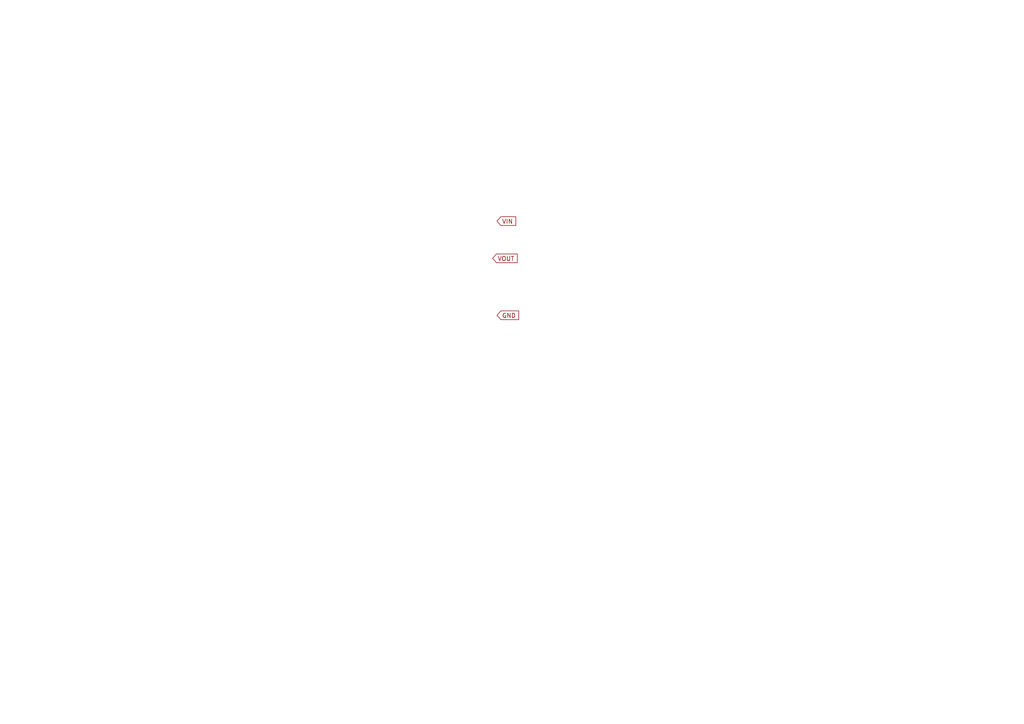
<source format=kicad_sch>
(kicad_sch (version 20230121) (generator eeschema)
  (paper "A4")
  (lib_symbols)
  (global_label "VIN" (shape input) (at 144.145 64.135 0) (property "Intersheetrefs" "${INTERSHEET_REFS}" (effects hide)))
  (global_label "GND" (shape input) (at 144.145 91.44 0) (property "Intersheetrefs" "${INTERSHEET_REFS}" (effects hide)))
  (global_label "VOUT" (shape input) (at 142.875 74.93 0) (property "Intersheetrefs" "${INTERSHEET_REFS}" (effects hide)))
)
</source>
